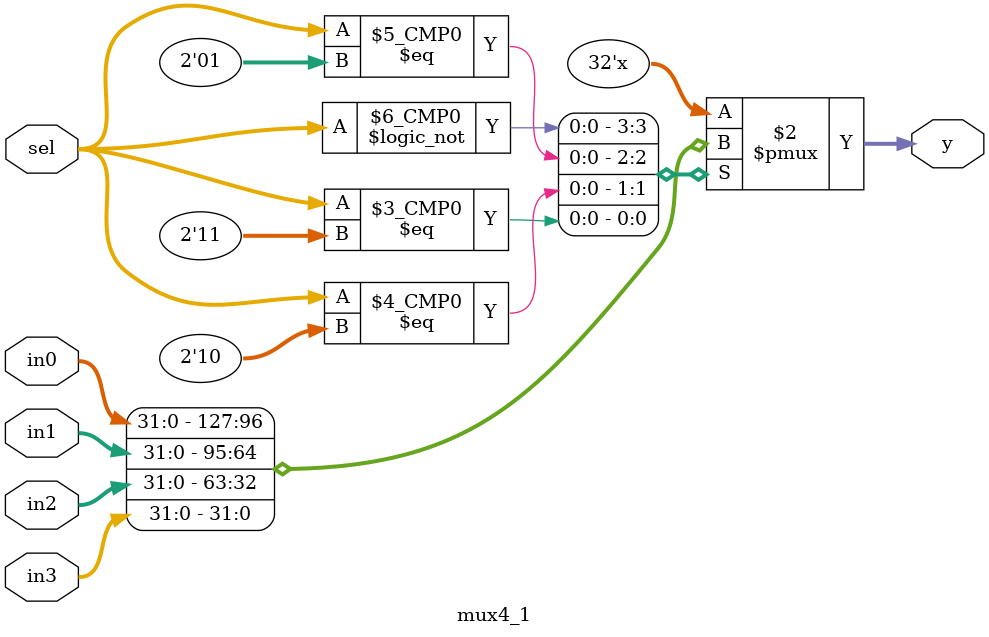
<source format=v>
module mux4_1(in0,in1,in2,in3,y,sel);
parameter DATA_LENGTH = 32;

input [DATA_LENGTH-1:0] in0,in1,in2,in3;
input [1:0] sel;
output reg [DATA_LENGTH-1:0]y;

always @(in0 or in1 or in2 or in3 or sel)
begin
	case(sel)
		2'b00: y = in0;
		2'b01: y = in1;
		2'b10: y = in2; 
		2'b11: y = in3;
	endcase
end


endmodule 

</source>
